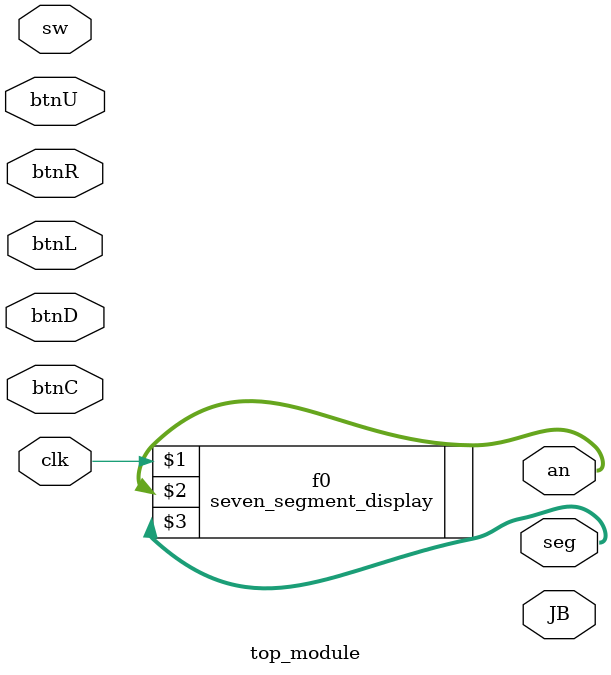
<source format=v>
`timescale 1ns / 1ps


module top_module(
    input clk,
    input [15:12] sw,   // SW15-SW12
    input btnC, btnU, btnL, btnR, btnD,
    output [3:0] an,
    output [7:0] seg,
    output [7:0] JB
);
    // Always running seven segment
    seven_segment_display f0(clk, an, seg);
endmodule

</source>
